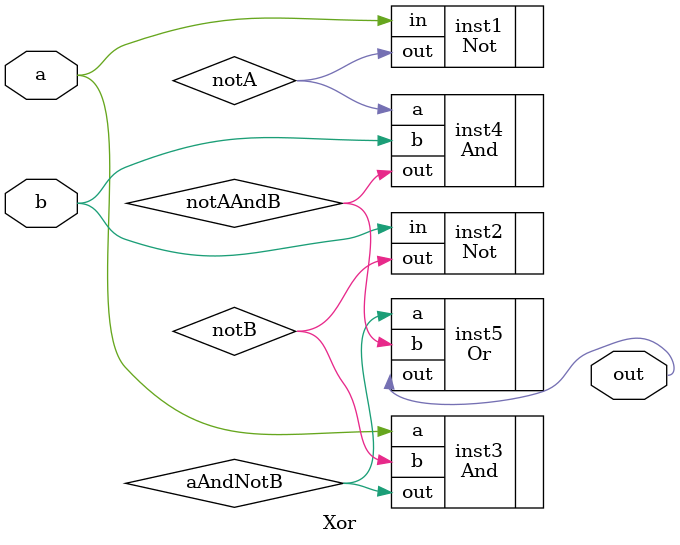
<source format=v>
module Xor (
    input a,
    input b,
    output out
);
    wire notA, notB, aAndNotB, notAAndB;

    Not inst1 (.in(a), .out(notA));
    Not inst2 (.in(b), .out(notB));
    
    And inst3 (.a(a), .b(notB), .out(aAndNotB));
    And inst4 (.a(notA), .b(b), .out(notAAndB));
    
    Or  inst5 (.a(aAndNotB), .b(notAAndB), .out(out));
endmodule
</source>
